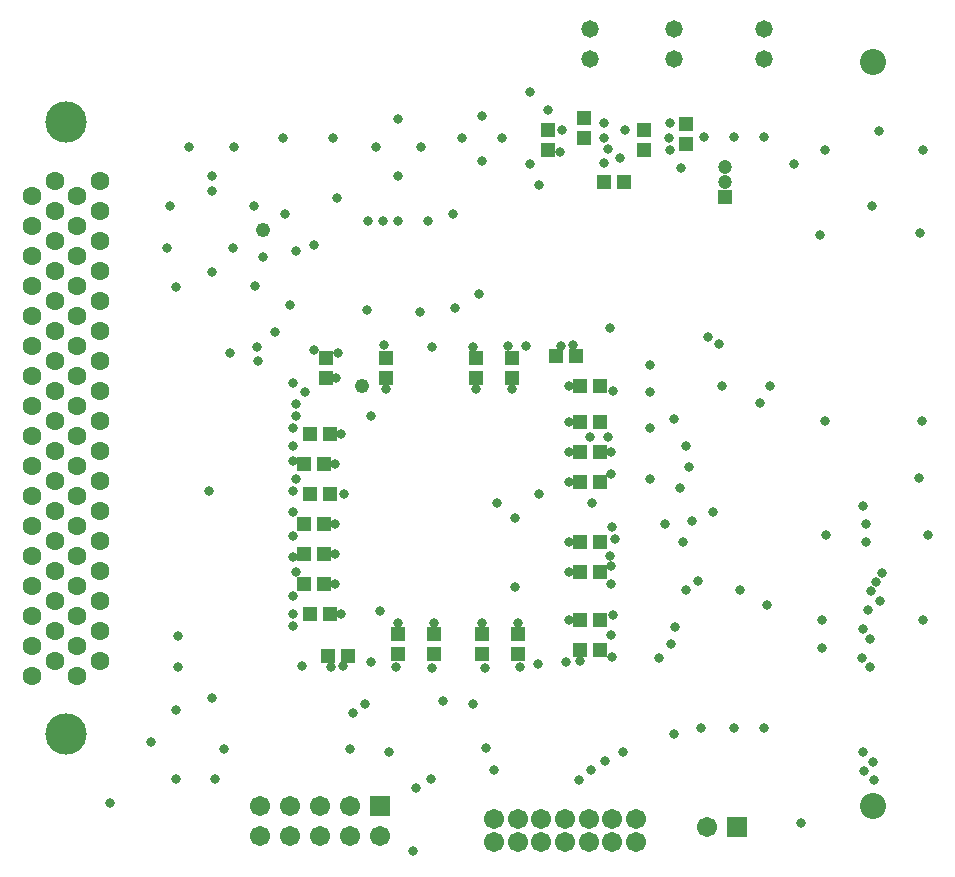
<source format=gbs>
%FSLAX24Y24*%
%MOIN*%
G70*
G01*
G75*
%ADD10C,0.0080*%
%ADD11R,0.0866X0.0787*%
%ADD12R,0.0728X0.0118*%
%ADD13R,0.0118X0.0728*%
%ADD14R,0.0866X0.0157*%
%ADD15R,0.0866X0.0157*%
%ADD16R,0.0300X0.0600*%
%ADD17R,0.1000X0.1400*%
%ADD18R,0.0945X0.1024*%
%ADD19R,0.0787X0.0197*%
%ADD20R,0.1811X0.1772*%
%ADD21R,0.0394X0.0433*%
%ADD22R,0.0433X0.0394*%
%ADD23R,0.0571X0.0118*%
%ADD24C,0.0100*%
%ADD25C,0.0900*%
%ADD26C,0.0200*%
%ADD27C,0.0160*%
%ADD28C,0.0110*%
%ADD29C,0.0320*%
%ADD30C,0.0120*%
%ADD31C,0.1300*%
%ADD32C,0.0550*%
%ADD33C,0.0394*%
%ADD34R,0.0394X0.0394*%
%ADD35C,0.0787*%
%ADD36C,0.0591*%
%ADD37C,0.0500*%
%ADD38R,0.0591X0.0591*%
%ADD39C,0.0250*%
%ADD40C,0.0400*%
%ADD41C,0.0098*%
%ADD42C,0.0079*%
%ADD43C,0.0060*%
%ADD44C,0.0070*%
%ADD45R,0.0079X0.0197*%
%ADD46C,0.0020*%
%ADD47R,0.0197X0.0079*%
%ADD48R,0.0946X0.0867*%
%ADD49R,0.0808X0.0198*%
%ADD50R,0.0198X0.0808*%
%ADD51R,0.0946X0.0237*%
%ADD52R,0.0946X0.0237*%
%ADD53R,0.0380X0.0680*%
%ADD54R,0.1080X0.1480*%
%ADD55R,0.1025X0.1104*%
%ADD56R,0.0867X0.0277*%
%ADD57R,0.1891X0.1852*%
%ADD58R,0.0474X0.0513*%
%ADD59R,0.0513X0.0474*%
%ADD60R,0.0651X0.0198*%
%ADD61C,0.1380*%
%ADD62C,0.0630*%
%ADD63C,0.0474*%
%ADD64R,0.0474X0.0474*%
%ADD65C,0.0867*%
%ADD66C,0.0671*%
%ADD67C,0.0580*%
%ADD68R,0.0671X0.0671*%
%ADD69C,0.0330*%
%ADD70C,0.0480*%
D58*
X39200Y54935D02*
D03*
Y54265D02*
D03*
X40400Y54665D02*
D03*
Y55335D02*
D03*
X42400Y54935D02*
D03*
Y54265D02*
D03*
X43800Y55135D02*
D03*
Y54465D02*
D03*
X31800Y47335D02*
D03*
Y46665D02*
D03*
X37000Y37465D02*
D03*
Y38135D02*
D03*
X36800Y47335D02*
D03*
Y46665D02*
D03*
X35400Y37465D02*
D03*
Y38135D02*
D03*
X33800Y47335D02*
D03*
Y46665D02*
D03*
X38000Y47335D02*
D03*
Y46665D02*
D03*
X38200Y37465D02*
D03*
Y38135D02*
D03*
X34200Y37465D02*
D03*
Y38135D02*
D03*
D59*
X41065Y53200D02*
D03*
X41735D02*
D03*
X40935Y38600D02*
D03*
X40265D02*
D03*
X40265Y37600D02*
D03*
X40935D02*
D03*
X31865Y37400D02*
D03*
X32535D02*
D03*
X31265Y38800D02*
D03*
X31935D02*
D03*
X31065Y41800D02*
D03*
X31735D02*
D03*
X31265Y42800D02*
D03*
X31935D02*
D03*
X40135Y47400D02*
D03*
X39465D02*
D03*
X40935Y46400D02*
D03*
X40265D02*
D03*
X40935Y43200D02*
D03*
X40265D02*
D03*
X40935Y45200D02*
D03*
X40265D02*
D03*
X40935Y40200D02*
D03*
X40265D02*
D03*
X31065Y39800D02*
D03*
X31735D02*
D03*
X31265Y44800D02*
D03*
X31935D02*
D03*
X40935Y41200D02*
D03*
X40265D02*
D03*
X40935Y44200D02*
D03*
X40265D02*
D03*
X31065Y43800D02*
D03*
X31735D02*
D03*
X31065Y40800D02*
D03*
X31735D02*
D03*
D61*
X23125Y55210D02*
D03*
Y34790D02*
D03*
D62*
X24250Y53250D02*
D03*
X23500Y52750D02*
D03*
X24250Y52250D02*
D03*
X23500Y51750D02*
D03*
X24250Y51250D02*
D03*
X23500Y50750D02*
D03*
X24250Y50250D02*
D03*
X23500Y49750D02*
D03*
X24250Y49250D02*
D03*
X23500Y48750D02*
D03*
X24250Y48250D02*
D03*
X23500Y47750D02*
D03*
X24250Y47250D02*
D03*
X23500Y46750D02*
D03*
X24250Y46250D02*
D03*
X23500Y45750D02*
D03*
X24250Y45250D02*
D03*
X23500Y44750D02*
D03*
X24250Y44250D02*
D03*
X23500Y43750D02*
D03*
X24250Y43250D02*
D03*
X23500Y42750D02*
D03*
X24250Y42250D02*
D03*
X23500Y41750D02*
D03*
X24250Y41250D02*
D03*
X23500Y40750D02*
D03*
X24250Y40250D02*
D03*
X23500Y39750D02*
D03*
X24250Y39250D02*
D03*
X23500Y38750D02*
D03*
X24250Y38250D02*
D03*
X23500Y37750D02*
D03*
X24250Y37250D02*
D03*
X23500Y36750D02*
D03*
X22750Y53250D02*
D03*
X22000Y52750D02*
D03*
X22750Y52250D02*
D03*
X22000Y51750D02*
D03*
X22750Y51250D02*
D03*
X22000Y50750D02*
D03*
X22750Y50250D02*
D03*
X22000Y49750D02*
D03*
X22750Y49250D02*
D03*
X22000Y48750D02*
D03*
X22750Y48250D02*
D03*
X22000Y47750D02*
D03*
X22750Y47250D02*
D03*
X22000Y46750D02*
D03*
X22750Y46250D02*
D03*
X22000Y45750D02*
D03*
X22750Y45250D02*
D03*
X22000Y44750D02*
D03*
X22750Y44250D02*
D03*
X22000Y43750D02*
D03*
X22750Y43250D02*
D03*
X22000Y42750D02*
D03*
X22750Y42250D02*
D03*
X22000Y41750D02*
D03*
X22750Y41250D02*
D03*
X22000Y40750D02*
D03*
X22750Y40250D02*
D03*
X22000Y39750D02*
D03*
X22750Y39250D02*
D03*
X22000Y38750D02*
D03*
X22750Y38250D02*
D03*
X22000Y37750D02*
D03*
X22750Y37250D02*
D03*
X22000Y36750D02*
D03*
D63*
X45100Y53700D02*
D03*
Y53200D02*
D03*
D64*
Y52700D02*
D03*
D65*
X50020Y32391D02*
D03*
Y57194D02*
D03*
D66*
X42124Y31987D02*
D03*
Y31200D02*
D03*
X41337Y31987D02*
D03*
Y31200D02*
D03*
X40550Y31987D02*
D03*
Y31200D02*
D03*
X39762Y31987D02*
D03*
Y31200D02*
D03*
X38975Y31987D02*
D03*
Y31200D02*
D03*
X38187Y31987D02*
D03*
Y31200D02*
D03*
X37400Y31987D02*
D03*
Y31200D02*
D03*
X44500Y31700D02*
D03*
X29600Y31400D02*
D03*
Y32400D02*
D03*
X30600Y31400D02*
D03*
Y32400D02*
D03*
X31600Y31400D02*
D03*
Y32400D02*
D03*
X32600Y31400D02*
D03*
Y32400D02*
D03*
X33600Y31400D02*
D03*
D67*
X40600Y57300D02*
D03*
Y58300D02*
D03*
X43400Y57300D02*
D03*
Y58300D02*
D03*
X46400Y57300D02*
D03*
Y58300D02*
D03*
D68*
X45500Y31700D02*
D03*
X33600Y32400D02*
D03*
D69*
X26800Y49700D02*
D03*
X29700Y50700D02*
D03*
X33300Y45400D02*
D03*
X37500Y42500D02*
D03*
X40659D02*
D03*
X37400Y33600D02*
D03*
X30800Y45400D02*
D03*
X33100Y35800D02*
D03*
X30700Y46500D02*
D03*
X32700Y35500D02*
D03*
X42900Y37323D02*
D03*
X43400Y34800D02*
D03*
X44300Y35000D02*
D03*
X45400D02*
D03*
X46400D02*
D03*
X41300Y38100D02*
D03*
X43435Y38365D02*
D03*
X43300Y37800D02*
D03*
X42600Y46200D02*
D03*
X46600Y46400D02*
D03*
X45000D02*
D03*
X41265Y48335D02*
D03*
X44900Y47800D02*
D03*
X44535Y48035D02*
D03*
X28000Y50200D02*
D03*
X29435Y49735D02*
D03*
X28100Y33300D02*
D03*
X26800D02*
D03*
X34800Y33000D02*
D03*
X37135Y34335D02*
D03*
X32600Y34300D02*
D03*
X28600Y47500D02*
D03*
X27900Y42900D02*
D03*
X26800Y35600D02*
D03*
X25948Y34552D02*
D03*
X24600Y32500D02*
D03*
X28400Y34300D02*
D03*
X47635Y31835D02*
D03*
X30800Y50900D02*
D03*
X31400Y51100D02*
D03*
X32161Y52661D02*
D03*
X32200Y47500D02*
D03*
X46400Y54700D02*
D03*
X45400D02*
D03*
X44400D02*
D03*
X43625Y53675D02*
D03*
X39191Y55591D02*
D03*
X38600Y56200D02*
D03*
Y53800D02*
D03*
X39600Y54200D02*
D03*
X41200Y54300D02*
D03*
X38900Y53100D02*
D03*
X36886Y49486D02*
D03*
X39675Y54925D02*
D03*
X41075Y54675D02*
D03*
Y55175D02*
D03*
X41065Y53835D02*
D03*
X41600Y54000D02*
D03*
X41775Y54925D02*
D03*
X43265Y54265D02*
D03*
X43225Y54675D02*
D03*
X43275Y55175D02*
D03*
X30440Y52140D02*
D03*
X29400Y52400D02*
D03*
X28000Y52900D02*
D03*
Y53400D02*
D03*
X27232Y54369D02*
D03*
X28732D02*
D03*
X26600Y52400D02*
D03*
X32040Y54660D02*
D03*
X30360D02*
D03*
X34200Y53400D02*
D03*
X33468Y54369D02*
D03*
X34200Y55300D02*
D03*
X34969Y54369D02*
D03*
X37000Y55400D02*
D03*
X37660Y54660D02*
D03*
X37000Y53900D02*
D03*
X36340Y54660D02*
D03*
X36040Y52140D02*
D03*
X35200Y51900D02*
D03*
X34200D02*
D03*
X33700D02*
D03*
X33200D02*
D03*
X47400Y53800D02*
D03*
X50210Y54910D02*
D03*
X38461Y47739D02*
D03*
X48420Y54280D02*
D03*
X51680D02*
D03*
X51600Y51500D02*
D03*
X48246Y51446D02*
D03*
X50000Y52400D02*
D03*
X43800Y44400D02*
D03*
X41311Y41711D02*
D03*
X43100Y41800D02*
D03*
X48425Y45225D02*
D03*
X51675D02*
D03*
X51565Y43335D02*
D03*
X48454Y41446D02*
D03*
X51854D02*
D03*
X46255Y45845D02*
D03*
X49700Y42400D02*
D03*
X43400Y45300D02*
D03*
X49800Y41800D02*
D03*
Y41200D02*
D03*
X43900Y43700D02*
D03*
X50314Y40186D02*
D03*
X43600Y43000D02*
D03*
X50129Y39871D02*
D03*
X44700Y42200D02*
D03*
X49944Y39556D02*
D03*
X44000Y41900D02*
D03*
X50259Y39241D02*
D03*
X43700Y41200D02*
D03*
X49874Y38926D02*
D03*
X44200Y39900D02*
D03*
X46500Y39100D02*
D03*
X49704Y38296D02*
D03*
X49919Y37981D02*
D03*
X43800Y39600D02*
D03*
X45600D02*
D03*
X51689Y38611D02*
D03*
X48311D02*
D03*
X48334Y37666D02*
D03*
X49649Y37351D02*
D03*
X49936Y37036D02*
D03*
X41698Y34202D02*
D03*
X49702D02*
D03*
X41100Y33900D02*
D03*
X50013Y33887D02*
D03*
X40620Y33620D02*
D03*
X49728Y33572D02*
D03*
X40243Y33257D02*
D03*
X50057D02*
D03*
X32300Y44800D02*
D03*
X32100Y43800D02*
D03*
X32400Y42800D02*
D03*
X32100Y41800D02*
D03*
Y40800D02*
D03*
Y39800D02*
D03*
X34200Y38500D02*
D03*
X35400D02*
D03*
X37000D02*
D03*
X38200D02*
D03*
X39900Y38600D02*
D03*
Y40200D02*
D03*
Y41200D02*
D03*
Y43200D02*
D03*
Y44200D02*
D03*
Y45200D02*
D03*
Y46400D02*
D03*
X38000Y46300D02*
D03*
X36800D02*
D03*
X33800D02*
D03*
X30700Y44400D02*
D03*
Y43900D02*
D03*
X30800Y43300D02*
D03*
X30700Y41400D02*
D03*
Y40700D02*
D03*
X30800Y40200D02*
D03*
X30700Y38800D02*
D03*
X30980Y37080D02*
D03*
X31965Y37035D02*
D03*
X32358Y37058D02*
D03*
X34130Y37030D02*
D03*
X35311Y37011D02*
D03*
X37083Y37017D02*
D03*
X38264Y37036D02*
D03*
X40265Y37235D02*
D03*
X41320Y37380D02*
D03*
X41358Y38758D02*
D03*
X41300Y40400D02*
D03*
X41246Y40754D02*
D03*
X41283Y43483D02*
D03*
X41300Y44200D02*
D03*
X41200Y44700D02*
D03*
X41361Y46239D02*
D03*
X39642Y47742D02*
D03*
X40035Y47765D02*
D03*
X37870Y47730D02*
D03*
X36689Y47711D02*
D03*
X33736Y47764D02*
D03*
X32135Y46665D02*
D03*
X31400Y47600D02*
D03*
X28000Y36000D02*
D03*
X26865Y37035D02*
D03*
Y38065D02*
D03*
X39800Y37200D02*
D03*
X41300Y39800D02*
D03*
X41417Y41317D02*
D03*
X42600Y43300D02*
D03*
Y45000D02*
D03*
Y47100D02*
D03*
X35300Y33300D02*
D03*
X29523Y47223D02*
D03*
X30800Y45800D02*
D03*
X31100Y46200D02*
D03*
X30100Y48200D02*
D03*
X26500Y51000D02*
D03*
X30600Y49100D02*
D03*
X28700Y51000D02*
D03*
X33900Y34200D02*
D03*
X33600Y38900D02*
D03*
X38100Y39700D02*
D03*
Y42000D02*
D03*
X38900Y42800D02*
D03*
X40600Y44700D02*
D03*
X38854Y37154D02*
D03*
X36689Y35811D02*
D03*
X35705Y35905D02*
D03*
X33300Y37200D02*
D03*
X30700Y38400D02*
D03*
X32300Y38800D02*
D03*
X30700Y39400D02*
D03*
Y42200D02*
D03*
Y42900D02*
D03*
Y45000D02*
D03*
X29500Y47700D02*
D03*
X33146Y48946D02*
D03*
X34917Y48883D02*
D03*
X35311Y47711D02*
D03*
X36100Y49000D02*
D03*
X34700Y30900D02*
D03*
D70*
X33000Y46400D02*
D03*
X29700Y51600D02*
D03*
M02*

</source>
